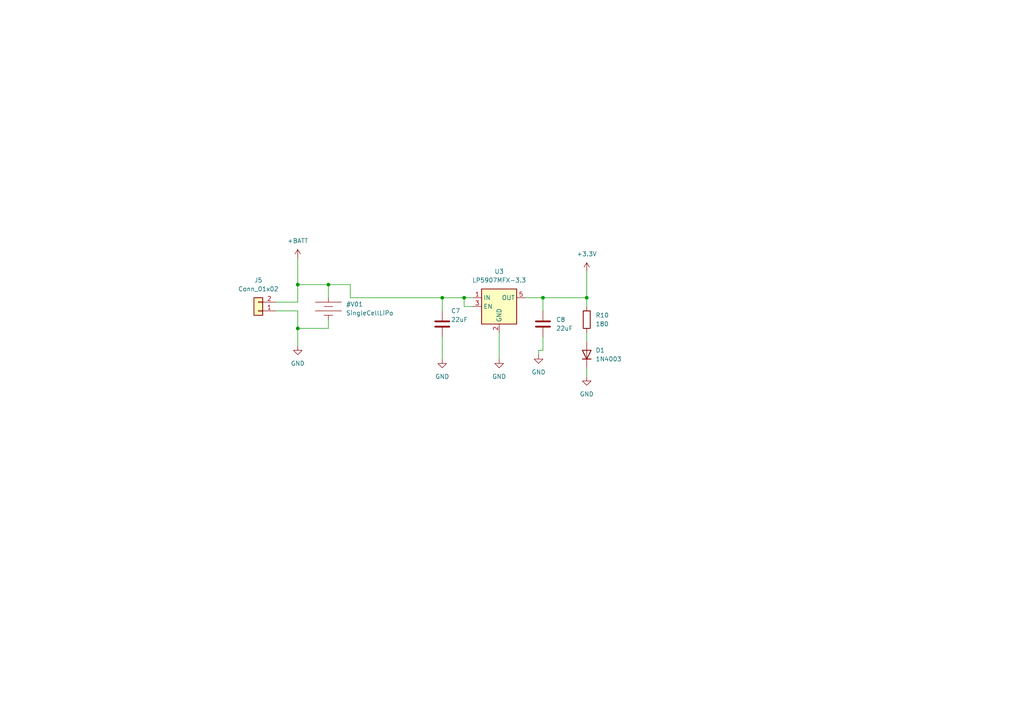
<source format=kicad_sch>
(kicad_sch (version 20230121) (generator eeschema)
  (paper "A4")
  (lib_symbols
    (symbol "Connector_Generic:Conn_01x02" (pin_names (offset 1.016) hide)
      (property "Reference" "J" (at 0 2.54 0))
      (property "Value" "Conn_01x02" (at 0 -5.08 0))
      (symbol "Conn_01x02_1_1"
        (rectangle (start -1.27 -2.413) (end 0 -2.667) (stroke (width 0.1524)))
        (rectangle (start -1.27 0.127) (end 0 -0.127) (stroke (width 0.1524)))
        (rectangle (start -1.27 1.27) (end 1.27 -3.81) (stroke (width 0.254)) (fill (type background)))
        (pin passive line (at -5.08 0 0) (length 3.81) (name "Pin_1") (number "1"))
        (pin passive line (at -5.08 -2.54 0) (length 3.81) (name "Pin_2") (number "2"))
      )
    )
    (symbol "Device:C" (pin_numbers hide) (pin_names (offset 0.254))
      (property "Reference" "C" (at 0.635 2.54 0))
      (property "Value" "C" (at 0.635 -2.54 0))
      (symbol "C_0_1"
        (polyline (pts (xy -2.032 -0.762) (xy 2.032 -0.762)) (stroke (width 0.508)))
        (polyline (pts (xy -2.032 0.762) (xy 2.032 0.762)) (stroke (width 0.508)))
      )
      (symbol "C_1_1"
        (pin passive line (at 0 3.81 270) (length 2.794) (name "~") (number "1"))
        (pin passive line (at 0 -3.81 90) (length 2.794) (name "~") (number "2"))
      )
    )
    (symbol "Device:R" (pin_numbers hide) (pin_names (offset 0))
      (property "Reference" "R" (at 2.032 0 90))
      (property "Value" "R" (at 0 0 90))
      (symbol "R_0_1"
        (rectangle (start -1.016 -2.54) (end 1.016 2.54) (stroke (width 0.254)))
      )
      (symbol "R_1_1"
        (pin passive line (at 0 3.81 270) (length 1.27) (name "~") (number "1"))
        (pin passive line (at 0 -3.81 90) (length 1.27) (name "~") (number "2"))
      )
    )
    (symbol "Diode:1N4003" (pin_numbers hide) (pin_names hide)
      (property "Reference" "D" (at 0 2.54 0))
      (property "Value" "1N4003" (at 0 -2.54 0))
      (symbol "1N4003_0_1"
        (polyline (pts (xy -1.27 1.27) (xy -1.27 -1.27)) (stroke (width 0.254)))
        (polyline (pts (xy 1.27 0) (xy -1.27 0)))
        (polyline (pts (xy 1.27 1.27) (xy 1.27 -1.27) (xy -1.27 0) (xy 1.27 1.27)) (stroke (width 0.254)))
      )
      (symbol "1N4003_1_1"
        (pin passive line (at -3.81 0 0) (length 2.54) (name "K") (number "1"))
        (pin passive line (at 3.81 0 180) (length 2.54) (name "A") (number "2"))
      )
    )
    (symbol "Regulator_Linear:LP5907MFX-3.3"
      (property "Reference" "U" (at -3.81 6.35 0))
      (property "Value" "LP5907MFX-3.3" (at 6.35 6.35 0))
      (symbol "LP5907MFX-3.3_0_1"
        (rectangle (start -5.08 -5.08) (end 5.08 5.08) (stroke (width 0.254)) (fill (type background)))
        (pin power_in line (at -7.62 2.54 0) (length 2.54) (name "IN") (number "1"))
        (pin power_in line (at 0 -7.62 90) (length 2.54) (name "GND") (number "2"))
        (pin input line (at -7.62 0 0) (length 2.54) (name "EN") (number "3"))
        (pin no_connect line (at 5.08 0 180) (length 2.54) hide (name "NC") (number "4"))
        (pin power_out line (at 7.62 2.54 180) (length 2.54) (name "OUT") (number "5"))
      )
    )
    (symbol "minimouse:SingleCellLiPo" (power) (pin_numbers hide) (pin_names hide) (in_bom no) (on_board no)
      (property "Reference" "V" (at 1.8796 0.3048 0))
      (property "Value" "SingleCellLiPo" (at -11.43 1.27 0))
      (symbol "SingleCellLiPo_0_1"
        (polyline (pts (xy -3.81 0) (xy 3.81 0)))
        (polyline (pts (xy -3.81 2.54) (xy 3.81 2.54)))
        (polyline (pts (xy -1.27 -1.27) (xy 1.27 -1.27)))
        (polyline (pts (xy -1.27 1.27) (xy 1.27 1.27)))
      )
      (symbol "SingleCellLiPo_1_1"
        (pin power_out line (at 0 -2.54 90) (length 1.27) (name "+") (number ""))
        (pin power_out line (at 0 3.81 270) (length 1.27) (name "+") (number ""))
      )
    )
    (symbol "power:+3.3V" (power) (pin_names (offset 0))
      (property "Value" "+3.3V" (at 0 3.556 0))
      (symbol "+3.3V_0_1"
        (polyline (pts (xy -0.762 1.27) (xy 0 2.54)))
        (polyline (pts (xy 0 0) (xy 0 2.54)))
        (polyline (pts (xy 0 2.54) (xy 0.762 1.27)))
      )
      (symbol "+3.3V_1_1"
        (pin power_in line (at 0 0 90) (length 0) hide (name "+3.3V") (number "1"))
      )
    )
    (symbol "power:+BATT" (power) (pin_names (offset 0))
      (property "Value" "+BATT" (at 0 3.556 0))
      (symbol "+BATT_0_1"
        (polyline (pts (xy -0.762 1.27) (xy 0 2.54)))
        (polyline (pts (xy 0 0) (xy 0 2.54)))
        (polyline (pts (xy 0 2.54) (xy 0.762 1.27)))
      )
      (symbol "+BATT_1_1"
        (pin power_in line (at 0 0 90) (length 0) hide (name "+BATT") (number "1"))
      )
    )
    (symbol "power:GND" (power) (pin_names (offset 0))
      (property "Value" "GND" (at 0 -3.81 0))
      (symbol "GND_0_1"
        (polyline (pts (xy 0 0) (xy 0 -1.27) (xy 1.27 -1.27) (xy 0 -2.54) (xy -1.27 -1.27) (xy 0 -1.27)))
      )
      (symbol "GND_1_1"
        (pin power_in line (at 0 0 270) (length 0) hide (name "GND") (number "1"))
      )
    )
  )
  (junction (at 86.36 82.55))
  (junction (at 128.27 86.36))
  (junction (at 95.25 82.55))
  (junction (at 170.18 86.36))
  (junction (at 157.48 86.36))
  (junction (at 86.36 95.25))
  (junction (at 134.62 86.36))
  (wire (pts (xy 134.62 86.36) (xy 137.16 86.36)))
  (wire (pts (xy 86.36 90.17) (xy 86.36 95.25)))
  (wire (pts (xy 157.48 86.36) (xy 152.4 86.36)))
  (wire (pts (xy 170.18 78.74) (xy 170.18 86.36)))
  (wire (pts (xy 156.21 101.6) (xy 156.21 102.87)))
  (wire (pts (xy 101.6 82.55) (xy 95.25 82.55)))
  (wire (pts (xy 95.25 82.55) (xy 86.36 82.55)))
  (wire (pts (xy 157.48 86.36) (xy 157.48 90.17)))
  (wire (pts (xy 86.36 74.93) (xy 86.36 82.55)))
  (wire (pts (xy 95.25 86.36) (xy 95.25 82.55)))
  (wire (pts (xy 157.48 97.79) (xy 157.48 101.6)))
  (wire (pts (xy 137.16 88.9) (xy 134.62 88.9)))
  (wire (pts (xy 134.62 88.9) (xy 134.62 86.36)))
  (wire (pts (xy 95.25 92.71) (xy 95.25 95.25)))
  (wire (pts (xy 80.01 87.63) (xy 86.36 87.63)))
  (wire (pts (xy 101.6 86.36) (xy 101.6 82.55)))
  (wire (pts (xy 86.36 95.25) (xy 86.36 100.33)))
  (wire (pts (xy 95.25 95.25) (xy 86.36 95.25)))
  (wire (pts (xy 157.48 101.6) (xy 156.21 101.6)))
  (wire (pts (xy 144.78 96.52) (xy 144.78 104.14)))
  (wire (pts (xy 86.36 82.55) (xy 86.36 87.63)))
  (wire (pts (xy 128.27 97.79) (xy 128.27 104.14)))
  (wire (pts (xy 170.18 86.36) (xy 170.18 88.9)))
  (wire (pts (xy 101.6 86.36) (xy 128.27 86.36)))
  (wire (pts (xy 170.18 106.68) (xy 170.18 109.22)))
  (wire (pts (xy 157.48 86.36) (xy 170.18 86.36)))
  (wire (pts (xy 128.27 86.36) (xy 134.62 86.36)))
  (wire (pts (xy 128.27 86.36) (xy 128.27 90.17)))
  (wire (pts (xy 80.01 90.17) (xy 86.36 90.17)))
  (wire (pts (xy 170.18 96.52) (xy 170.18 99.06)))
  (symbol (lib_id "power:GND") (at 128.27 104.14 0) (unit 1)
    (property "Reference" "#PWR022" (effects hide))
    (property "Value" "GND" (at 128.27 109.22 0))
  )
  (symbol (lib_id "power:+BATT") (at 86.36 74.93 0) (unit 1)
    (property "Reference" "#PWR036" (effects hide))
    (property "Value" "+BATT" (at 86.36 69.85 0))
  )
  (symbol (lib_id "minimouse:SingleCellLiPo") (at 95.25 90.17 0) (unit 1) (in_bom no) (on_board no)
    (property "Reference" "#V01" (at 100.33 88.265 0) (effects (justify left)))
    (property "Value" "SingleCellLiPo" (at 100.33 90.805 0) (effects (justify left)))
  )
  (symbol (lib_id "power:GND") (at 144.78 104.14 0) (unit 1)
    (property "Reference" "#PWR024" (effects hide))
    (property "Value" "GND" (at 144.78 109.22 0))
  )
  (symbol (lib_id "power:GND") (at 156.21 102.87 0) (unit 1)
    (property "Reference" "#PWR023" (effects hide))
    (property "Value" "GND" (at 156.21 107.95 0))
  )
  (symbol (lib_id "Regulator_Linear:LP5907MFX-3.3") (at 144.78 88.9 0) (unit 1)
    (property "Reference" "U3" (at 144.78 78.74 0))
    (property "Value" "LP5907MFX-3.3" (at 144.78 81.28 0))
    (property "Footprint" "Package_TO_SOT_SMD:SOT-23-5" (effects hide))
    (property "Datasheet" "http://www.ti.com/lit/ds/symlink/lp5907.pdf" (effects hide))
  )
  (symbol (lib_id "Diode:1N4003") (at 170.18 102.87 90) (unit 1)
    (property "Reference" "D1" (at 172.72 101.6 90) (effects (justify right)))
    (property "Value" "1N4003" (at 172.72 104.14 90) (effects (justify right)))
    (property "Footprint" "Diode_THT:D_DO-41_SOD81_P10.16mm_Horizontal" (effects hide))
    (property "Datasheet" "http://www.vishay.com/docs/88503/1n4001.pdf" (effects hide))
    (property "Sim.Device" "D" (effects hide))
    (property "Sim.Pins" "1=K 2=A" (effects hide))
  )
  (symbol (lib_id "Device:R") (at 170.18 92.71 0) (unit 1)
    (property "Reference" "R10" (at 172.72 91.44 0) (effects (justify left)))
    (property "Value" "180" (at 172.72 93.98 0) (effects (justify left)))
    (property "Footprint" "Resistor_SMD:R_0603_1608Metric" (effects hide))
    (instances (project "minimouse" (path "" (reference "R10") (unit 1)) (path "" (reference "R13") (unit 1))))
  )
  (symbol (lib_id "Device:C") (at 128.27 93.98 0) (unit 1)
    (property "Reference" "C7" (at 130.81 90.17 0) (effects (justify left)))
    (property "Value" "22uF" (at 130.81 92.71 0) (effects (justify left)))
    (property "Footprint" "Capacitor_SMD:C_0603_1608Metric" (effects hide))
  )
  (symbol (lib_id "Device:C") (at 157.48 93.98 0) (unit 1)
    (property "Reference" "C8" (at 161.29 92.71 0) (effects (justify left)))
    (property "Value" "22uF" (at 161.29 95.25 0) (effects (justify left)))
    (property "Footprint" "Capacitor_SMD:C_0603_1608Metric" (effects hide))
  )
  (symbol (lib_id "power:GND") (at 170.18 109.22 0) (unit 1)
    (property "Reference" "#PWR026" (effects hide))
    (property "Value" "GND" (at 170.18 114.3 0))
  )
  (symbol (lib_id "Connector_Generic:Conn_01x02") (at 74.93 90.17 180) (unit 1)
    (property "Reference" "J5" (at 74.93 81.28 0))
    (property "Value" "Conn_01x02" (at 74.93 83.82 0))
    (property "Footprint" "Connector_PinHeader_2.54mm:PinHeader_1x02_P2.54mm_Vertical" (effects hide))
  )
  (symbol (lib_id "power:GND") (at 86.36 100.33 0) (unit 1)
    (property "Reference" "#PWR037" (effects hide))
    (property "Value" "GND" (at 86.36 105.41 0))
  )
  (symbol (lib_id "power:+3.3V") (at 170.18 78.74 0) (unit 1)
    (property "Reference" "#PWR025" (effects hide))
    (property "Value" "+3.3V" (at 170.18 73.66 0))
  )
)
</source>
